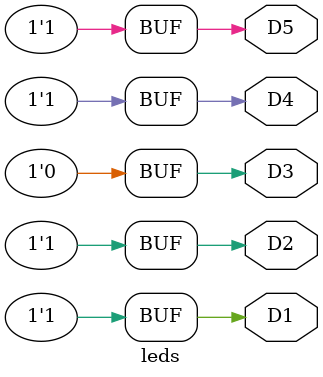
<source format=v>

module leds(output wire D1,
            output wire D2,
            output wire D3,
            output wire D4,
            output wire D5);

assign D1 = 1'b1;
assign D2 = 1'b1;
assign D3 = 1'b0;
assign D4 = 1'b1;
assign D5 = 1'b1;

endmodule

</source>
